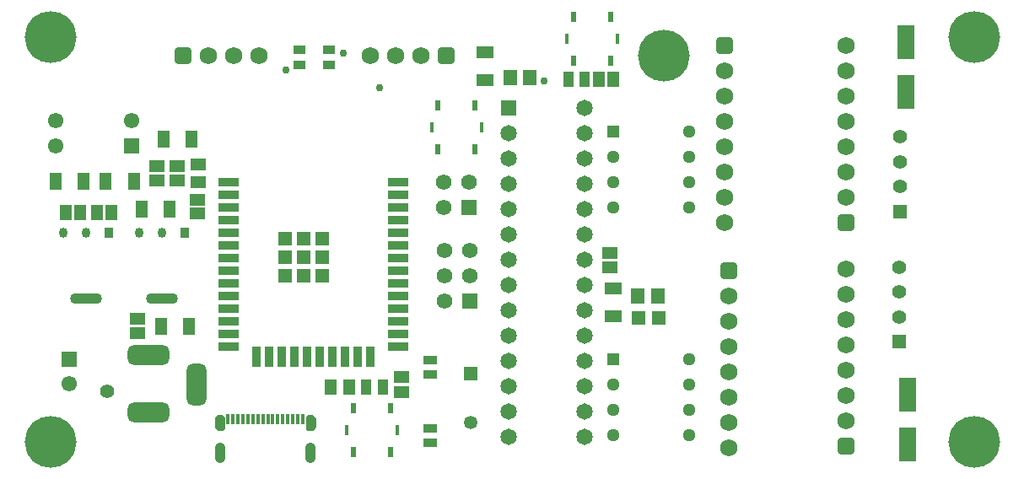
<source format=gts>
G04*
G04 #@! TF.GenerationSoftware,Altium Limited,Altium Designer,24.2.2 (26)*
G04*
G04 Layer_Color=8388736*
%FSLAX44Y44*%
%MOMM*%
G71*
G04*
G04 #@! TF.SameCoordinates,697C3EBA-3636-4A45-A11A-30362066544D*
G04*
G04*
G04 #@! TF.FilePolarity,Negative*
G04*
G01*
G75*
%ADD21R,1.2621X0.8581*%
%ADD22R,1.3300X1.3300*%
%ADD23R,0.9000X2.0000*%
%ADD24R,2.0000X0.9000*%
G04:AMPARAMS|DCode=25|XSize=1.0043mm|YSize=3.1821mm|CornerRadius=0.4369mm|HoleSize=0mm|Usage=FLASHONLY|Rotation=270.000|XOffset=0mm|YOffset=0mm|HoleType=Round|Shape=RoundedRectangle|*
%AMROUNDEDRECTD25*
21,1,1.0043,2.3084,0,0,270.0*
21,1,0.1306,3.1821,0,0,270.0*
1,1,0.8737,-1.1542,-0.0653*
1,1,0.8737,-1.1542,0.0653*
1,1,0.8737,1.1542,0.0653*
1,1,0.8737,1.1542,-0.0653*
%
%ADD25ROUNDEDRECTD25*%
G04:AMPARAMS|DCode=26|XSize=1.0043mm|YSize=0.8721mm|CornerRadius=0.4361mm|HoleSize=0mm|Usage=FLASHONLY|Rotation=270.000|XOffset=0mm|YOffset=0mm|HoleType=Round|Shape=RoundedRectangle|*
%AMROUNDEDRECTD26*
21,1,1.0043,0.0000,0,0,270.0*
21,1,0.1322,0.8721,0,0,270.0*
1,1,0.8721,0.0000,-0.0661*
1,1,0.8721,0.0000,0.0661*
1,1,0.8721,0.0000,0.0661*
1,1,0.8721,0.0000,-0.0661*
%
%ADD26ROUNDEDRECTD26*%
%ADD27R,0.8721X1.0043*%
%ADD32R,1.8062X1.3046*%
%ADD36R,1.3500X0.9500*%
%ADD37R,1.3046X1.8062*%
%ADD39R,0.6000X1.0000*%
%ADD40R,0.4500X1.0000*%
%ADD41R,0.3000X1.0000*%
%ADD42R,1.7500X3.3500*%
%ADD43R,1.0000X1.5000*%
%ADD44R,1.2500X1.5000*%
%ADD45R,1.5000X1.2500*%
%ADD46R,1.3500X1.6000*%
%ADD47R,1.3500X1.3500*%
%ADD48R,1.1500X1.5000*%
%ADD49R,1.5000X1.1500*%
%ADD50C,0.9000*%
%ADD51C,1.7500*%
G04:AMPARAMS|DCode=52|XSize=1.75mm|YSize=1.75mm|CornerRadius=0.475mm|HoleSize=0mm|Usage=FLASHONLY|Rotation=270.000|XOffset=0mm|YOffset=0mm|HoleType=Round|Shape=RoundedRectangle|*
%AMROUNDEDRECTD52*
21,1,1.7500,0.8000,0,0,270.0*
21,1,0.8000,1.7500,0,0,270.0*
1,1,0.9500,-0.4000,-0.4000*
1,1,0.9500,-0.4000,0.4000*
1,1,0.9500,0.4000,0.4000*
1,1,0.9500,0.4000,-0.4000*
%
%ADD52ROUNDEDRECTD52*%
G04:AMPARAMS|DCode=53|XSize=1.75mm|YSize=1.75mm|CornerRadius=0.475mm|HoleSize=0mm|Usage=FLASHONLY|Rotation=180.000|XOffset=0mm|YOffset=0mm|HoleType=Round|Shape=RoundedRectangle|*
%AMROUNDEDRECTD53*
21,1,1.7500,0.8000,0,0,180.0*
21,1,0.8000,1.7500,0,0,180.0*
1,1,0.9500,-0.4000,0.4000*
1,1,0.9500,0.4000,0.4000*
1,1,0.9500,0.4000,-0.4000*
1,1,0.9500,-0.4000,-0.4000*
%
%ADD53ROUNDEDRECTD53*%
%ADD54C,1.6500*%
%ADD55R,1.6500X1.6500*%
%ADD56C,1.5500*%
%ADD57R,1.5500X1.5500*%
%ADD58C,1.4000*%
%ADD59R,1.4000X1.4000*%
%ADD60R,1.2900X1.2900*%
%ADD61C,1.2900*%
%ADD62C,1.3500*%
%ADD63R,1.3500X1.3500*%
%ADD64R,1.5700X1.5700*%
%ADD65C,1.5700*%
G04:AMPARAMS|DCode=66|XSize=4.15mm|YSize=1.95mm|CornerRadius=0.525mm|HoleSize=0mm|Usage=FLASHONLY|Rotation=270.000|XOffset=0mm|YOffset=0mm|HoleType=Round|Shape=RoundedRectangle|*
%AMROUNDEDRECTD66*
21,1,4.1500,0.9000,0,0,270.0*
21,1,3.1000,1.9500,0,0,270.0*
1,1,1.0500,-0.4500,-1.5500*
1,1,1.0500,-0.4500,1.5500*
1,1,1.0500,0.4500,1.5500*
1,1,1.0500,0.4500,-1.5500*
%
%ADD66ROUNDEDRECTD66*%
G04:AMPARAMS|DCode=67|XSize=4.15mm|YSize=1.95mm|CornerRadius=0.525mm|HoleSize=0mm|Usage=FLASHONLY|Rotation=180.000|XOffset=0mm|YOffset=0mm|HoleType=Round|Shape=RoundedRectangle|*
%AMROUNDEDRECTD67*
21,1,4.1500,0.9000,0,0,180.0*
21,1,3.1000,1.9500,0,0,180.0*
1,1,1.0500,-1.5500,0.4500*
1,1,1.0500,1.5500,0.4500*
1,1,1.0500,1.5500,-0.4500*
1,1,1.0500,-1.5500,-0.4500*
%
%ADD67ROUNDEDRECTD67*%
G04:AMPARAMS|DCode=68|XSize=1.1mm|YSize=2.05mm|CornerRadius=0.55mm|HoleSize=0mm|Usage=FLASHONLY|Rotation=0.000|XOffset=0mm|YOffset=0mm|HoleType=Round|Shape=RoundedRectangle|*
%AMROUNDEDRECTD68*
21,1,1.1000,0.9500,0,0,0.0*
21,1,0.0000,2.0500,0,0,0.0*
1,1,1.1000,0.0000,-0.4750*
1,1,1.1000,0.0000,-0.4750*
1,1,1.1000,0.0000,0.4750*
1,1,1.1000,0.0000,0.4750*
%
%ADD68ROUNDEDRECTD68*%
%ADD69R,1.5500X1.5500*%
%ADD70C,5.2000*%
%ADD71C,1.4200*%
%ADD72C,0.7500*%
G36*
X1174931Y312789D02*
X1176592Y312227D01*
X1177996Y311177D01*
X1178500Y310460D01*
X1178500Y310460D01*
Y298640D01*
X1177996Y297923D01*
X1176592Y296873D01*
X1174931Y296311D01*
X1173179Y296294D01*
X1171507Y296822D01*
X1170082Y297844D01*
X1169046Y299258D01*
X1168500Y300924D01*
X1168500Y301800D01*
X1168500D01*
Y307300D01*
X1168500Y308176D01*
X1169046Y309842D01*
X1170082Y311256D01*
X1171507Y312278D01*
X1173179Y312806D01*
X1174931Y312789D01*
D02*
G37*
G36*
X1266893Y312278D02*
X1268318Y311256D01*
X1269354Y309842D01*
X1269900Y308176D01*
X1269900Y307300D01*
X1269900Y301800D01*
X1269900D01*
X1269900Y300924D01*
X1269354Y299258D01*
X1268318Y297844D01*
X1266893Y296822D01*
X1265221Y296294D01*
X1263468Y296311D01*
X1261808Y296873D01*
X1260404Y297923D01*
X1259900Y298640D01*
X1259900Y310460D01*
Y310460D01*
X1260404Y311177D01*
X1261808Y312227D01*
X1263468Y312789D01*
X1265221Y312806D01*
X1266893Y312278D01*
D02*
G37*
D21*
X1253643Y663910D02*
D03*
Y679450D02*
D03*
X1282700Y663910D02*
D03*
Y679450D02*
D03*
D22*
X1275900Y452750D02*
D03*
X1257550D02*
D03*
X1239200D02*
D03*
X1275900Y471100D02*
D03*
X1257550D02*
D03*
X1239200D02*
D03*
X1275900Y489450D02*
D03*
X1257550D02*
D03*
X1239200D02*
D03*
D23*
X1324700Y371000D02*
D03*
X1312000D02*
D03*
X1299300D02*
D03*
X1286600D02*
D03*
X1273900D02*
D03*
X1261200D02*
D03*
X1248500D02*
D03*
X1235800D02*
D03*
X1223100D02*
D03*
X1210400D02*
D03*
D24*
X1352550Y546100D02*
D03*
Y533400D02*
D03*
Y520700D02*
D03*
Y508000D02*
D03*
Y495300D02*
D03*
Y482600D02*
D03*
Y469900D02*
D03*
Y457200D02*
D03*
Y444500D02*
D03*
Y431800D02*
D03*
Y419100D02*
D03*
Y406400D02*
D03*
Y393700D02*
D03*
Y381000D02*
D03*
X1182550D02*
D03*
Y393700D02*
D03*
Y406400D02*
D03*
Y419100D02*
D03*
Y431800D02*
D03*
Y444500D02*
D03*
Y457200D02*
D03*
Y469900D02*
D03*
Y482600D02*
D03*
Y495300D02*
D03*
Y508000D02*
D03*
Y520700D02*
D03*
Y533400D02*
D03*
Y546100D02*
D03*
D25*
X1115545Y429655D02*
D03*
X1039554Y429296D02*
D03*
D26*
X1092645Y495555D02*
D03*
X1115545D02*
D03*
X1039554Y495196D02*
D03*
X1016654D02*
D03*
D27*
X1138445Y495555D02*
D03*
X1062454Y495196D02*
D03*
D32*
X1568450Y439458D02*
D03*
Y411442D02*
D03*
X1439283Y648404D02*
D03*
Y676420D02*
D03*
D36*
X1385017Y352968D02*
D03*
Y367969D02*
D03*
Y284268D02*
D03*
Y299269D02*
D03*
D37*
X1059056Y547047D02*
D03*
X1087071D02*
D03*
X1037047D02*
D03*
X1009031D02*
D03*
X1095292Y519062D02*
D03*
X1123308D02*
D03*
X1142172Y401890D02*
D03*
X1114156D02*
D03*
X1116668Y589385D02*
D03*
X1144684D02*
D03*
D39*
X1344938Y275209D02*
D03*
X1307938D02*
D03*
X1344938Y319209D02*
D03*
X1307938D02*
D03*
X1528789Y712239D02*
D03*
X1565789D02*
D03*
X1528789Y668239D02*
D03*
X1565789D02*
D03*
X1392650Y623199D02*
D03*
X1429650D02*
D03*
X1392650Y579199D02*
D03*
X1429650D02*
D03*
D40*
X1351688Y297209D02*
D03*
X1301188D02*
D03*
X1522039Y690239D02*
D03*
X1572539D02*
D03*
X1385900Y601199D02*
D03*
X1436400D02*
D03*
D41*
X1181700Y308550D02*
D03*
X1256700D02*
D03*
X1186700D02*
D03*
X1251700D02*
D03*
X1191700D02*
D03*
X1246700D02*
D03*
X1196700D02*
D03*
X1241700D02*
D03*
X1201700D02*
D03*
X1236700D02*
D03*
X1206700D02*
D03*
X1231700D02*
D03*
X1211700D02*
D03*
X1226700D02*
D03*
X1221700D02*
D03*
X1216700D02*
D03*
D42*
X1861776Y636746D02*
D03*
Y686746D02*
D03*
X1863630Y283229D02*
D03*
Y333229D02*
D03*
D43*
X1539789Y649290D02*
D03*
X1523289D02*
D03*
X1320653Y340687D02*
D03*
X1337153D02*
D03*
D44*
X1568431Y649290D02*
D03*
X1553931D02*
D03*
X1064176Y515854D02*
D03*
X1050176D02*
D03*
X1033089D02*
D03*
X1019089D02*
D03*
D45*
X1564669Y475077D02*
D03*
Y461077D02*
D03*
X1355497Y350371D02*
D03*
Y335871D02*
D03*
X1130676Y562151D02*
D03*
Y548152D02*
D03*
X1110486Y562151D02*
D03*
Y548152D02*
D03*
X1151244Y528605D02*
D03*
Y514605D02*
D03*
X1090608Y394890D02*
D03*
Y408890D02*
D03*
D46*
X1593194Y431961D02*
D03*
X1613194D02*
D03*
X1484867Y651131D02*
D03*
X1464867D02*
D03*
D47*
X1614328Y409890D02*
D03*
X1593328D02*
D03*
D48*
X1303038Y340687D02*
D03*
X1285038D02*
D03*
D49*
X1151733Y546152D02*
D03*
Y564152D02*
D03*
D50*
X1173500Y304550D02*
D03*
X1264900D02*
D03*
D51*
X1680438Y505975D02*
D03*
Y531375D02*
D03*
Y582174D02*
D03*
Y632975D02*
D03*
Y658374D02*
D03*
Y607575D02*
D03*
Y556774D02*
D03*
X1375327Y673633D02*
D03*
X1349927D02*
D03*
X1324527D02*
D03*
X1801681Y683536D02*
D03*
Y658136D02*
D03*
Y607336D02*
D03*
Y556536D02*
D03*
Y531136D02*
D03*
Y581936D02*
D03*
Y632736D02*
D03*
X1683927Y279650D02*
D03*
Y305049D02*
D03*
Y355849D02*
D03*
Y406650D02*
D03*
Y432049D02*
D03*
Y381250D02*
D03*
Y330449D02*
D03*
X1802378Y459322D02*
D03*
Y433922D02*
D03*
Y383121D02*
D03*
Y332322D02*
D03*
Y306922D02*
D03*
Y357721D02*
D03*
Y408521D02*
D03*
X1162076Y673633D02*
D03*
X1187476D02*
D03*
X1212876D02*
D03*
D52*
X1680438Y683774D02*
D03*
X1801681Y505736D02*
D03*
X1683927Y457449D02*
D03*
X1802378Y281521D02*
D03*
D53*
X1400727Y673633D02*
D03*
X1136676D02*
D03*
D54*
X1539240Y290830D02*
D03*
Y341630D02*
D03*
Y367030D02*
D03*
Y392430D02*
D03*
Y417830D02*
D03*
Y443230D02*
D03*
Y468630D02*
D03*
Y494030D02*
D03*
Y519430D02*
D03*
Y544830D02*
D03*
Y570230D02*
D03*
Y595630D02*
D03*
Y621030D02*
D03*
X1463040Y290830D02*
D03*
Y316230D02*
D03*
Y341630D02*
D03*
Y367030D02*
D03*
Y392430D02*
D03*
Y417830D02*
D03*
Y443230D02*
D03*
Y468630D02*
D03*
Y494030D02*
D03*
Y519430D02*
D03*
Y544830D02*
D03*
Y570230D02*
D03*
Y595630D02*
D03*
X1539240Y316230D02*
D03*
D55*
X1463040Y621030D02*
D03*
D56*
X1022626Y343908D02*
D03*
X1084958Y607850D02*
D03*
X1008757D02*
D03*
Y582450D02*
D03*
D57*
X1022626Y368908D02*
D03*
D58*
X1855995Y591873D02*
D03*
Y566873D02*
D03*
Y541873D02*
D03*
X1855589Y461210D02*
D03*
Y436210D02*
D03*
Y411210D02*
D03*
D59*
X1855995Y516873D02*
D03*
X1855589Y386210D02*
D03*
D60*
X1568450Y368300D02*
D03*
Y596900D02*
D03*
D61*
Y342900D02*
D03*
Y317500D02*
D03*
Y292100D02*
D03*
X1644650D02*
D03*
Y317500D02*
D03*
Y342900D02*
D03*
Y368300D02*
D03*
X1568450Y571500D02*
D03*
Y546100D02*
D03*
Y520700D02*
D03*
X1644650D02*
D03*
Y546100D02*
D03*
Y571500D02*
D03*
Y596900D02*
D03*
D62*
X1425128Y304930D02*
D03*
D63*
Y353730D02*
D03*
D64*
X1424200Y427037D02*
D03*
X1423850Y520636D02*
D03*
D65*
X1424200Y452437D02*
D03*
Y477837D02*
D03*
X1398800Y427037D02*
D03*
Y452437D02*
D03*
Y477837D02*
D03*
X1398450Y546036D02*
D03*
X1423850D02*
D03*
X1398450Y520636D02*
D03*
D66*
X1150233Y342851D02*
D03*
D67*
X1102233Y314851D02*
D03*
Y372851D02*
D03*
D68*
X1174000Y274550D02*
D03*
X1264400D02*
D03*
D69*
X1084958Y582450D02*
D03*
D70*
X1930400Y285750D02*
D03*
Y692150D02*
D03*
X1619250Y673100D02*
D03*
X1003300Y285750D02*
D03*
Y692150D02*
D03*
D71*
X1060450Y336550D02*
D03*
D72*
X1297309Y676164D02*
D03*
X1240212Y658527D02*
D03*
X1333500Y641350D02*
D03*
X1498600Y647700D02*
D03*
M02*

</source>
